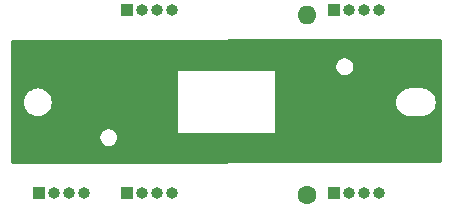
<source format=gbr>
G04 #@! TF.GenerationSoftware,KiCad,Pcbnew,5.1.9-73d0e3b20d~88~ubuntu20.04.1*
G04 #@! TF.CreationDate,2021-02-03T01:27:43+08:00*
G04 #@! TF.ProjectId,ic7000_drive,69633730-3030-45f6-9472-6976652e6b69,B*
G04 #@! TF.SameCoordinates,Original*
G04 #@! TF.FileFunction,Soldermask,Bot*
G04 #@! TF.FilePolarity,Negative*
%FSLAX46Y46*%
G04 Gerber Fmt 4.6, Leading zero omitted, Abs format (unit mm)*
G04 Created by KiCad (PCBNEW 5.1.9-73d0e3b20d~88~ubuntu20.04.1) date 2021-02-03 01:27:43*
%MOMM*%
%LPD*%
G01*
G04 APERTURE LIST*
%ADD10O,1.600000X1.600000*%
%ADD11C,1.600000*%
%ADD12O,1.000000X1.000000*%
%ADD13R,1.000000X1.000000*%
%ADD14C,0.254000*%
%ADD15C,0.100000*%
G04 APERTURE END LIST*
D10*
X130800000Y-58760000D03*
D11*
X130800000Y-74000000D03*
D12*
X111910000Y-73900000D03*
X110640000Y-73900000D03*
X109370000Y-73900000D03*
D13*
X108100000Y-73900000D03*
D12*
X136920000Y-58400000D03*
X135650000Y-58400000D03*
X134380000Y-58400000D03*
D13*
X133110000Y-58400000D03*
D12*
X136920000Y-73900000D03*
X135650000Y-73900000D03*
X134380000Y-73900000D03*
D13*
X133110000Y-73900000D03*
D12*
X119440000Y-58400000D03*
X118170000Y-58400000D03*
X116900000Y-58400000D03*
D13*
X115630000Y-58400000D03*
X115610000Y-73900000D03*
D12*
X116880000Y-73900000D03*
X118150000Y-73900000D03*
X119420000Y-73900000D03*
D14*
X142123000Y-71170054D02*
X105877000Y-71221258D01*
X105877000Y-69058099D01*
X113154983Y-69058099D01*
X113154983Y-69241901D01*
X113194495Y-69421406D01*
X113271671Y-69588221D01*
X113382904Y-69734545D01*
X113522991Y-69853536D01*
X113685383Y-69939630D01*
X113862485Y-69988803D01*
X114046018Y-69998753D01*
X114227399Y-69969017D01*
X114398147Y-69900985D01*
X114550278Y-69797838D01*
X114676679Y-69664398D01*
X114771439Y-69506906D01*
X114830127Y-69332725D01*
X114850000Y-69150000D01*
X114830127Y-68967275D01*
X114771439Y-68793094D01*
X114676679Y-68635602D01*
X114550278Y-68502162D01*
X114398147Y-68399015D01*
X114227399Y-68330983D01*
X114046018Y-68301247D01*
X113862485Y-68311197D01*
X113685383Y-68360370D01*
X113522991Y-68446464D01*
X113382904Y-68565455D01*
X113271671Y-68711779D01*
X113194495Y-68878594D01*
X113154983Y-69058099D01*
X105877000Y-69058099D01*
X105877000Y-66150000D01*
X106700000Y-66150000D01*
X106719750Y-66375743D01*
X106778400Y-66594626D01*
X106874167Y-66800000D01*
X107004142Y-66985624D01*
X107164376Y-67145858D01*
X107350000Y-67275833D01*
X107555374Y-67371600D01*
X107774257Y-67430250D01*
X108000000Y-67450000D01*
X108225743Y-67430250D01*
X108444626Y-67371600D01*
X108650000Y-67275833D01*
X108835624Y-67145858D01*
X108995858Y-66985624D01*
X109125833Y-66800000D01*
X109221600Y-66594626D01*
X109280250Y-66375743D01*
X109300000Y-66150000D01*
X109280250Y-65924257D01*
X109221600Y-65705374D01*
X109125833Y-65500000D01*
X108995858Y-65314376D01*
X108835624Y-65154142D01*
X108650000Y-65024167D01*
X108444626Y-64928400D01*
X108225743Y-64869750D01*
X108000000Y-64850000D01*
X107774257Y-64869750D01*
X107555374Y-64928400D01*
X107350000Y-65024167D01*
X107164376Y-65154142D01*
X107004142Y-65314376D01*
X106874167Y-65500000D01*
X106778400Y-65705374D01*
X106719750Y-65924257D01*
X106700000Y-66150000D01*
X105877000Y-66150000D01*
X105877000Y-63400000D01*
X119700000Y-63400000D01*
X119700000Y-68900000D01*
X128200000Y-68900000D01*
X128200000Y-66150000D01*
X138200000Y-66150000D01*
X138219750Y-66375743D01*
X138278400Y-66594626D01*
X138374167Y-66800000D01*
X138504142Y-66985624D01*
X138664376Y-67145858D01*
X138850000Y-67275833D01*
X139055374Y-67371600D01*
X139274257Y-67430250D01*
X139500000Y-67450000D01*
X140500000Y-67450000D01*
X140725743Y-67430250D01*
X140944626Y-67371600D01*
X141150000Y-67275833D01*
X141335624Y-67145858D01*
X141495858Y-66985624D01*
X141625833Y-66800000D01*
X141721600Y-66594626D01*
X141780250Y-66375743D01*
X141800000Y-66150000D01*
X141780250Y-65924257D01*
X141721600Y-65705374D01*
X141625833Y-65500000D01*
X141495858Y-65314376D01*
X141335624Y-65154142D01*
X141150000Y-65024167D01*
X140944626Y-64928400D01*
X140725743Y-64869750D01*
X140500000Y-64850000D01*
X139500000Y-64850000D01*
X139274257Y-64869750D01*
X139055374Y-64928400D01*
X138850000Y-65024167D01*
X138664376Y-65154142D01*
X138504142Y-65314376D01*
X138374167Y-65500000D01*
X138278400Y-65705374D01*
X138219750Y-65924257D01*
X138200000Y-66150000D01*
X128200000Y-66150000D01*
X128200000Y-63400000D01*
X119700000Y-63400000D01*
X105877000Y-63400000D01*
X105877000Y-63058099D01*
X133154983Y-63058099D01*
X133154983Y-63241901D01*
X133194495Y-63421406D01*
X133271671Y-63588221D01*
X133382904Y-63734545D01*
X133522991Y-63853536D01*
X133685383Y-63939630D01*
X133862485Y-63988803D01*
X134046018Y-63998753D01*
X134227399Y-63969017D01*
X134398147Y-63900985D01*
X134550278Y-63797838D01*
X134676679Y-63664398D01*
X134771439Y-63506906D01*
X134830127Y-63332725D01*
X134850000Y-63150000D01*
X134830127Y-62967275D01*
X134771439Y-62793094D01*
X134676679Y-62635602D01*
X134550278Y-62502162D01*
X134398147Y-62399015D01*
X134227399Y-62330983D01*
X134046018Y-62301247D01*
X133862485Y-62311197D01*
X133685383Y-62360370D01*
X133522991Y-62446464D01*
X133382904Y-62565455D01*
X133271671Y-62711779D01*
X133194495Y-62878594D01*
X133154983Y-63058099D01*
X105877000Y-63058099D01*
X105877000Y-60978395D01*
X142123000Y-60930294D01*
X142123000Y-71170054D01*
D15*
G36*
X142123000Y-71170054D02*
G01*
X105877000Y-71221258D01*
X105877000Y-69058099D01*
X113154983Y-69058099D01*
X113154983Y-69241901D01*
X113194495Y-69421406D01*
X113271671Y-69588221D01*
X113382904Y-69734545D01*
X113522991Y-69853536D01*
X113685383Y-69939630D01*
X113862485Y-69988803D01*
X114046018Y-69998753D01*
X114227399Y-69969017D01*
X114398147Y-69900985D01*
X114550278Y-69797838D01*
X114676679Y-69664398D01*
X114771439Y-69506906D01*
X114830127Y-69332725D01*
X114850000Y-69150000D01*
X114830127Y-68967275D01*
X114771439Y-68793094D01*
X114676679Y-68635602D01*
X114550278Y-68502162D01*
X114398147Y-68399015D01*
X114227399Y-68330983D01*
X114046018Y-68301247D01*
X113862485Y-68311197D01*
X113685383Y-68360370D01*
X113522991Y-68446464D01*
X113382904Y-68565455D01*
X113271671Y-68711779D01*
X113194495Y-68878594D01*
X113154983Y-69058099D01*
X105877000Y-69058099D01*
X105877000Y-66150000D01*
X106700000Y-66150000D01*
X106719750Y-66375743D01*
X106778400Y-66594626D01*
X106874167Y-66800000D01*
X107004142Y-66985624D01*
X107164376Y-67145858D01*
X107350000Y-67275833D01*
X107555374Y-67371600D01*
X107774257Y-67430250D01*
X108000000Y-67450000D01*
X108225743Y-67430250D01*
X108444626Y-67371600D01*
X108650000Y-67275833D01*
X108835624Y-67145858D01*
X108995858Y-66985624D01*
X109125833Y-66800000D01*
X109221600Y-66594626D01*
X109280250Y-66375743D01*
X109300000Y-66150000D01*
X109280250Y-65924257D01*
X109221600Y-65705374D01*
X109125833Y-65500000D01*
X108995858Y-65314376D01*
X108835624Y-65154142D01*
X108650000Y-65024167D01*
X108444626Y-64928400D01*
X108225743Y-64869750D01*
X108000000Y-64850000D01*
X107774257Y-64869750D01*
X107555374Y-64928400D01*
X107350000Y-65024167D01*
X107164376Y-65154142D01*
X107004142Y-65314376D01*
X106874167Y-65500000D01*
X106778400Y-65705374D01*
X106719750Y-65924257D01*
X106700000Y-66150000D01*
X105877000Y-66150000D01*
X105877000Y-63400000D01*
X119700000Y-63400000D01*
X119700000Y-68900000D01*
X128200000Y-68900000D01*
X128200000Y-66150000D01*
X138200000Y-66150000D01*
X138219750Y-66375743D01*
X138278400Y-66594626D01*
X138374167Y-66800000D01*
X138504142Y-66985624D01*
X138664376Y-67145858D01*
X138850000Y-67275833D01*
X139055374Y-67371600D01*
X139274257Y-67430250D01*
X139500000Y-67450000D01*
X140500000Y-67450000D01*
X140725743Y-67430250D01*
X140944626Y-67371600D01*
X141150000Y-67275833D01*
X141335624Y-67145858D01*
X141495858Y-66985624D01*
X141625833Y-66800000D01*
X141721600Y-66594626D01*
X141780250Y-66375743D01*
X141800000Y-66150000D01*
X141780250Y-65924257D01*
X141721600Y-65705374D01*
X141625833Y-65500000D01*
X141495858Y-65314376D01*
X141335624Y-65154142D01*
X141150000Y-65024167D01*
X140944626Y-64928400D01*
X140725743Y-64869750D01*
X140500000Y-64850000D01*
X139500000Y-64850000D01*
X139274257Y-64869750D01*
X139055374Y-64928400D01*
X138850000Y-65024167D01*
X138664376Y-65154142D01*
X138504142Y-65314376D01*
X138374167Y-65500000D01*
X138278400Y-65705374D01*
X138219750Y-65924257D01*
X138200000Y-66150000D01*
X128200000Y-66150000D01*
X128200000Y-63400000D01*
X119700000Y-63400000D01*
X105877000Y-63400000D01*
X105877000Y-63058099D01*
X133154983Y-63058099D01*
X133154983Y-63241901D01*
X133194495Y-63421406D01*
X133271671Y-63588221D01*
X133382904Y-63734545D01*
X133522991Y-63853536D01*
X133685383Y-63939630D01*
X133862485Y-63988803D01*
X134046018Y-63998753D01*
X134227399Y-63969017D01*
X134398147Y-63900985D01*
X134550278Y-63797838D01*
X134676679Y-63664398D01*
X134771439Y-63506906D01*
X134830127Y-63332725D01*
X134850000Y-63150000D01*
X134830127Y-62967275D01*
X134771439Y-62793094D01*
X134676679Y-62635602D01*
X134550278Y-62502162D01*
X134398147Y-62399015D01*
X134227399Y-62330983D01*
X134046018Y-62301247D01*
X133862485Y-62311197D01*
X133685383Y-62360370D01*
X133522991Y-62446464D01*
X133382904Y-62565455D01*
X133271671Y-62711779D01*
X133194495Y-62878594D01*
X133154983Y-63058099D01*
X105877000Y-63058099D01*
X105877000Y-60978395D01*
X142123000Y-60930294D01*
X142123000Y-71170054D01*
G37*
M02*

</source>
